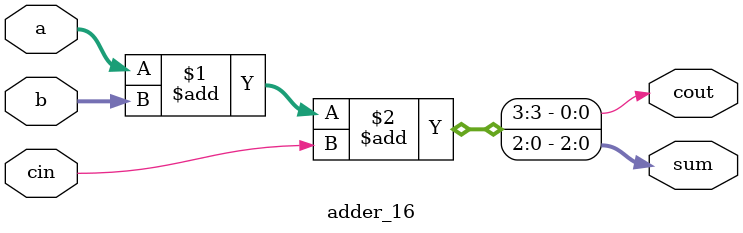
<source format=v>

module adder_16(cout, sum, a, b, cin);
parameter size = 3;  /* declare a parameter. default required */
output cout;
output [size-1:0] sum; 	 // sum uses the size parameter
input cin;
input [size-1:0] a, b;  // 'a' and 'b' use the size parameter

assign {cout, sum} = a + b + cin;

endmodule










</source>
